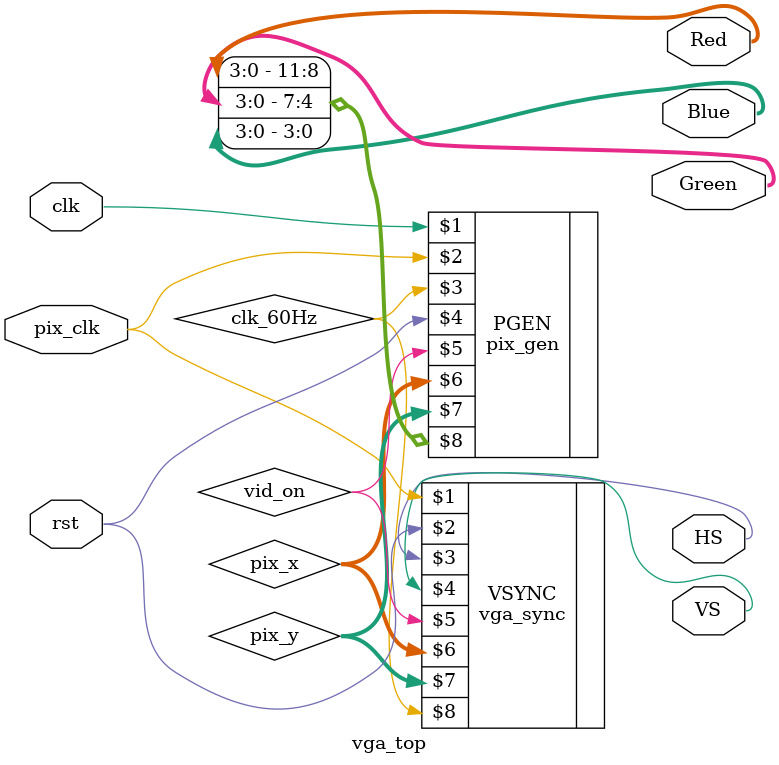
<source format=v>
`timescale 1ns / 1ps

module vga_top( input clk, pix_clk, rst, output HS, VS, output [3:0] Red, Green, Blue );
    
    wire vid_on;
    wire [9:0] pix_x, pix_y;
    wire clk_60Hz;
    /*module vga_sync(input clk, rst, 
                output reg h_sync, v_sync, 
                output video_on, 
                output reg [9:0] pix_x, pix_y, 
                output ref_tick);*/
    vga_sync VSYNC(pix_clk, rst, HS, VS, vid_on, pix_x, pix_y, clk_60Hz);            
                
    /*module pix_gen(input clk, ref_tick, rst,
                     input video_on,
                     input [9:0] pix_x, pix_y,
                     output reg [11:0] RGB);*/
     pix_gen PGEN(clk, pix_clk, clk_60Hz, rst, vid_on, pix_x, pix_y, {Red, Green, Blue});
        
endmodule

</source>
